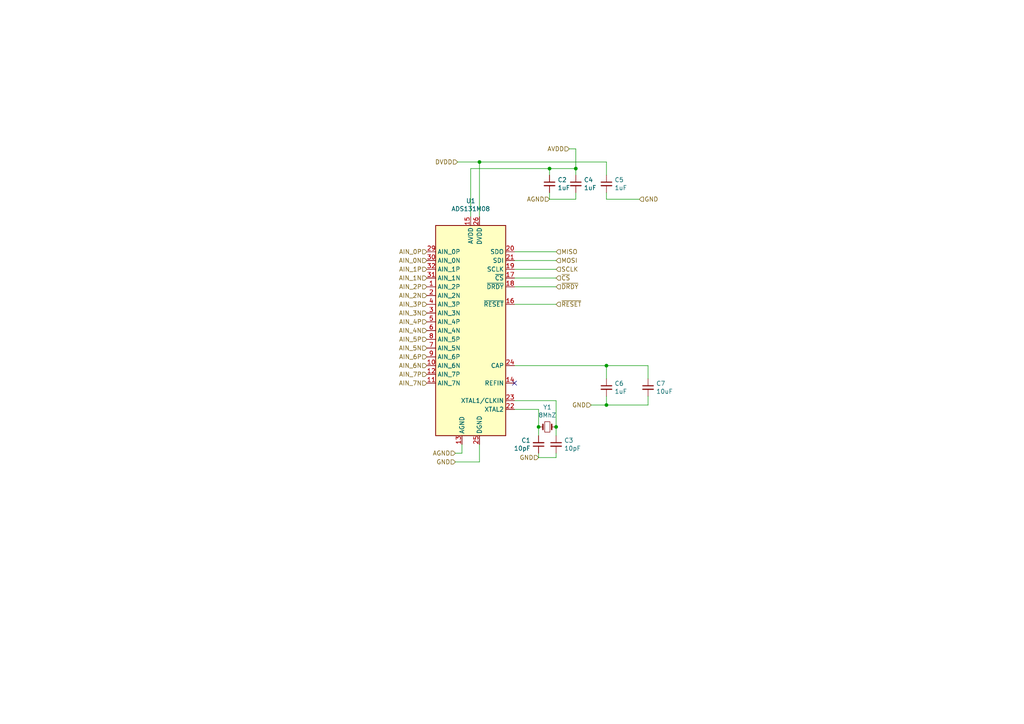
<source format=kicad_sch>
(kicad_sch (version 20211123) (generator eeschema)

  (uuid 065b9982-55f2-4822-977e-07e8a06e7b35)

  (paper "A4")

  (lib_symbols
    (symbol "Device:C_Small" (pin_numbers hide) (pin_names (offset 0.254) hide) (in_bom yes) (on_board yes)
      (property "Reference" "C" (id 0) (at 0.254 1.778 0)
        (effects (font (size 1.27 1.27)) (justify left))
      )
      (property "Value" "C_Small" (id 1) (at 0.254 -2.032 0)
        (effects (font (size 1.27 1.27)) (justify left))
      )
      (property "Footprint" "" (id 2) (at 0 0 0)
        (effects (font (size 1.27 1.27)) hide)
      )
      (property "Datasheet" "~" (id 3) (at 0 0 0)
        (effects (font (size 1.27 1.27)) hide)
      )
      (property "ki_keywords" "capacitor cap" (id 4) (at 0 0 0)
        (effects (font (size 1.27 1.27)) hide)
      )
      (property "ki_description" "Unpolarized capacitor, small symbol" (id 5) (at 0 0 0)
        (effects (font (size 1.27 1.27)) hide)
      )
      (property "ki_fp_filters" "C_*" (id 6) (at 0 0 0)
        (effects (font (size 1.27 1.27)) hide)
      )
      (symbol "C_Small_0_1"
        (polyline
          (pts
            (xy -1.524 -0.508)
            (xy 1.524 -0.508)
          )
          (stroke (width 0.3302) (type default) (color 0 0 0 0))
          (fill (type none))
        )
        (polyline
          (pts
            (xy -1.524 0.508)
            (xy 1.524 0.508)
          )
          (stroke (width 0.3048) (type default) (color 0 0 0 0))
          (fill (type none))
        )
      )
      (symbol "C_Small_1_1"
        (pin passive line (at 0 2.54 270) (length 2.032)
          (name "~" (effects (font (size 1.27 1.27))))
          (number "1" (effects (font (size 1.27 1.27))))
        )
        (pin passive line (at 0 -2.54 90) (length 2.032)
          (name "~" (effects (font (size 1.27 1.27))))
          (number "2" (effects (font (size 1.27 1.27))))
        )
      )
    )
    (symbol "Device:Crystal_Small" (pin_numbers hide) (pin_names (offset 1.016) hide) (in_bom yes) (on_board yes)
      (property "Reference" "Y" (id 0) (at 0 2.54 0)
        (effects (font (size 1.27 1.27)))
      )
      (property "Value" "Crystal_Small" (id 1) (at 0 -2.54 0)
        (effects (font (size 1.27 1.27)))
      )
      (property "Footprint" "" (id 2) (at 0 0 0)
        (effects (font (size 1.27 1.27)) hide)
      )
      (property "Datasheet" "~" (id 3) (at 0 0 0)
        (effects (font (size 1.27 1.27)) hide)
      )
      (property "ki_keywords" "quartz ceramic resonator oscillator" (id 4) (at 0 0 0)
        (effects (font (size 1.27 1.27)) hide)
      )
      (property "ki_description" "Two pin crystal, small symbol" (id 5) (at 0 0 0)
        (effects (font (size 1.27 1.27)) hide)
      )
      (property "ki_fp_filters" "Crystal*" (id 6) (at 0 0 0)
        (effects (font (size 1.27 1.27)) hide)
      )
      (symbol "Crystal_Small_0_1"
        (rectangle (start -0.762 -1.524) (end 0.762 1.524)
          (stroke (width 0) (type default) (color 0 0 0 0))
          (fill (type none))
        )
        (polyline
          (pts
            (xy -1.27 -0.762)
            (xy -1.27 0.762)
          )
          (stroke (width 0.381) (type default) (color 0 0 0 0))
          (fill (type none))
        )
        (polyline
          (pts
            (xy 1.27 -0.762)
            (xy 1.27 0.762)
          )
          (stroke (width 0.381) (type default) (color 0 0 0 0))
          (fill (type none))
        )
      )
      (symbol "Crystal_Small_1_1"
        (pin passive line (at -2.54 0 0) (length 1.27)
          (name "1" (effects (font (size 1.27 1.27))))
          (number "1" (effects (font (size 1.27 1.27))))
        )
        (pin passive line (at 2.54 0 180) (length 1.27)
          (name "2" (effects (font (size 1.27 1.27))))
          (number "2" (effects (font (size 1.27 1.27))))
        )
      )
    )
    (symbol "b056:ADS131M08" (in_bom yes) (on_board yes)
      (property "Reference" "U1" (id 0) (at 0 37.6174 0)
        (effects (font (size 1.27 1.27)))
      )
      (property "Value" "ADS131M08" (id 1) (at 0 35.306 0)
        (effects (font (size 1.27 1.27)))
      )
      (property "Footprint" "Package_DFN_QFN:WQFN-32-1EP_5x5mm_P0.5mm_EP3.1x3.1mm" (id 2) (at 0 0 0)
        (effects (font (size 1.27 1.27)) hide)
      )
      (property "Datasheet" "https://www.ti.com/lit/ds/symlink/ads131m08.pdf?ts=1648074248791&ref_url=https%253A%252F%252Fwww.ti.com%252Fproduct%252FADS131M08" (id 3) (at 24.13 33.02 0)
        (effects (font (size 1.27 1.27)) hide)
      )
      (property "ki_fp_filters" "TSSOP*4.4x9.7mm*P0.5mm*" (id 4) (at 0 0 0)
        (effects (font (size 1.27 1.27)) hide)
      )
      (symbol "ADS131M08_0_1"
        (rectangle (start -10.16 30.48) (end 10.16 -30.48)
          (stroke (width 0.254) (type default) (color 0 0 0 0))
          (fill (type background))
        )
      )
      (symbol "ADS131M08_1_1"
        (pin input line (at -12.7 12.7 0) (length 2.54)
          (name "AIN_2P" (effects (font (size 1.27 1.27))))
          (number "1" (effects (font (size 1.27 1.27))))
        )
        (pin input line (at -12.7 -10.16 0) (length 2.54)
          (name "AIN_6N" (effects (font (size 1.27 1.27))))
          (number "10" (effects (font (size 1.27 1.27))))
        )
        (pin input line (at -12.7 -15.24 0) (length 2.54)
          (name "AIN_7N" (effects (font (size 1.27 1.27))))
          (number "11" (effects (font (size 1.27 1.27))))
        )
        (pin input line (at -12.7 -12.7 0) (length 2.54)
          (name "AIN_7P" (effects (font (size 1.27 1.27))))
          (number "12" (effects (font (size 1.27 1.27))))
        )
        (pin power_in line (at -2.54 -33.02 90) (length 2.54)
          (name "AGND" (effects (font (size 1.27 1.27))))
          (number "13" (effects (font (size 1.27 1.27))))
        )
        (pin passive line (at 12.7 -15.24 180) (length 2.54)
          (name "REFIN" (effects (font (size 1.27 1.27))))
          (number "14" (effects (font (size 1.27 1.27))))
        )
        (pin power_in line (at 0 33.02 270) (length 2.54)
          (name "AVDD" (effects (font (size 1.27 1.27))))
          (number "15" (effects (font (size 1.27 1.27))))
        )
        (pin input line (at 12.7 7.62 180) (length 2.54)
          (name "~{RESET}" (effects (font (size 1.27 1.27))))
          (number "16" (effects (font (size 1.27 1.27))))
        )
        (pin input line (at 12.7 15.24 180) (length 2.54)
          (name "~{CS}" (effects (font (size 1.27 1.27))))
          (number "17" (effects (font (size 1.27 1.27))))
        )
        (pin input line (at 12.7 12.7 180) (length 2.54)
          (name "~{DRDY}" (effects (font (size 1.27 1.27))))
          (number "18" (effects (font (size 1.27 1.27))))
        )
        (pin input line (at 12.7 17.78 180) (length 2.54)
          (name "SCLK" (effects (font (size 1.27 1.27))))
          (number "19" (effects (font (size 1.27 1.27))))
        )
        (pin input line (at -12.7 10.16 0) (length 2.54)
          (name "AIN_2N" (effects (font (size 1.27 1.27))))
          (number "2" (effects (font (size 1.27 1.27))))
        )
        (pin output line (at 12.7 22.86 180) (length 2.54)
          (name "SDO" (effects (font (size 1.27 1.27))))
          (number "20" (effects (font (size 1.27 1.27))))
        )
        (pin input line (at 12.7 20.32 180) (length 2.54)
          (name "SDI" (effects (font (size 1.27 1.27))))
          (number "21" (effects (font (size 1.27 1.27))))
        )
        (pin output line (at 12.7 -22.86 180) (length 2.54)
          (name "XTAL2" (effects (font (size 1.27 1.27))))
          (number "22" (effects (font (size 1.27 1.27))))
        )
        (pin input line (at 12.7 -20.32 180) (length 2.54)
          (name "XTAL1/CLKIN" (effects (font (size 1.27 1.27))))
          (number "23" (effects (font (size 1.27 1.27))))
        )
        (pin passive line (at 12.7 -10.16 180) (length 2.54)
          (name "CAP" (effects (font (size 1.27 1.27))))
          (number "24" (effects (font (size 1.27 1.27))))
        )
        (pin power_in line (at 2.54 -33.02 90) (length 2.54)
          (name "DGND" (effects (font (size 1.27 1.27))))
          (number "25" (effects (font (size 1.27 1.27))))
        )
        (pin power_in line (at 2.54 33.02 270) (length 2.54)
          (name "DVDD" (effects (font (size 1.27 1.27))))
          (number "26" (effects (font (size 1.27 1.27))))
        )
        (pin no_connect line (at 10.16 -5.08 180) (length 2.54) hide
          (name "DNC" (effects (font (size 1.27 1.27))))
          (number "27" (effects (font (size 1.27 1.27))))
        )
        (pin passive line (at -2.54 -33.02 90) (length 2.54) hide
          (name "AGND" (effects (font (size 1.27 1.27))))
          (number "28" (effects (font (size 1.27 1.27))))
        )
        (pin input line (at -12.7 22.86 0) (length 2.54)
          (name "AIN_0P" (effects (font (size 1.27 1.27))))
          (number "29" (effects (font (size 1.27 1.27))))
        )
        (pin input line (at -12.7 5.08 0) (length 2.54)
          (name "AIN_3N" (effects (font (size 1.27 1.27))))
          (number "3" (effects (font (size 1.27 1.27))))
        )
        (pin input line (at -12.7 20.32 0) (length 2.54)
          (name "AIN_0N" (effects (font (size 1.27 1.27))))
          (number "30" (effects (font (size 1.27 1.27))))
        )
        (pin input line (at -12.7 15.24 0) (length 2.54)
          (name "AIN_1N" (effects (font (size 1.27 1.27))))
          (number "31" (effects (font (size 1.27 1.27))))
        )
        (pin input line (at -12.7 17.78 0) (length 2.54)
          (name "AIN_1P" (effects (font (size 1.27 1.27))))
          (number "32" (effects (font (size 1.27 1.27))))
        )
        (pin passive line (at -2.54 -33.02 90) (length 2.54) hide
          (name "AGND" (effects (font (size 1.27 1.27))))
          (number "33" (effects (font (size 1.27 1.27))))
        )
        (pin input line (at -12.7 7.62 0) (length 2.54)
          (name "AIN_3P" (effects (font (size 1.27 1.27))))
          (number "4" (effects (font (size 1.27 1.27))))
        )
        (pin input line (at -12.7 2.54 0) (length 2.54)
          (name "AIN_4P" (effects (font (size 1.27 1.27))))
          (number "5" (effects (font (size 1.27 1.27))))
        )
        (pin input line (at -12.7 0 0) (length 2.54)
          (name "AIN_4N" (effects (font (size 1.27 1.27))))
          (number "6" (effects (font (size 1.27 1.27))))
        )
        (pin input line (at -12.7 -5.08 0) (length 2.54)
          (name "AIN_5N" (effects (font (size 1.27 1.27))))
          (number "7" (effects (font (size 1.27 1.27))))
        )
        (pin input line (at -12.7 -2.54 0) (length 2.54)
          (name "AIN_5P" (effects (font (size 1.27 1.27))))
          (number "8" (effects (font (size 1.27 1.27))))
        )
        (pin input line (at -12.7 -7.62 0) (length 2.54)
          (name "AIN_6P" (effects (font (size 1.27 1.27))))
          (number "9" (effects (font (size 1.27 1.27))))
        )
      )
    )
  )

  (junction (at 175.895 106.045) (diameter 0) (color 0 0 0 0)
    (uuid 2878a73c-5447-4cd9-8194-14f52ab9459c)
  )
  (junction (at 156.21 123.825) (diameter 0) (color 0 0 0 0)
    (uuid 7d0dab95-9e7a-486e-a1d7-fc48860fd57d)
  )
  (junction (at 175.895 117.475) (diameter 0) (color 0 0 0 0)
    (uuid aa3ffe15-a4f7-4050-b322-e46ce1d20b7f)
  )
  (junction (at 167.005 48.895) (diameter 0) (color 0 0 0 0)
    (uuid aa79024d-ca7e-4c24-b127-7df08bbd0c75)
  )
  (junction (at 161.29 123.825) (diameter 0) (color 0 0 0 0)
    (uuid c8a44971-63c1-4a19-879d-b6647b2dc08d)
  )
  (junction (at 139.065 46.99) (diameter 0) (color 0 0 0 0)
    (uuid d7417d8a-c372-4e78-9329-f1978dccc711)
  )
  (junction (at 159.385 48.895) (diameter 0) (color 0 0 0 0)
    (uuid fa918b6d-f6cf-4471-be3b-4ff713f55a2e)
  )

  (no_connect (at 149.225 111.125) (uuid 7a879184-fad8-4feb-afb5-86fe8d34f1f7))

  (wire (pts (xy 171.45 117.475) (xy 175.895 117.475))
    (stroke (width 0) (type default) (color 0 0 0 0))
    (uuid 0cac058b-5a46-4106-8e18-8e5ae01949d9)
  )
  (wire (pts (xy 161.29 132.715) (xy 161.29 131.445))
    (stroke (width 0) (type default) (color 0 0 0 0))
    (uuid 0ceb97d6-1b0f-4b71-921e-b0955c30c998)
  )
  (wire (pts (xy 167.005 55.88) (xy 167.005 57.785))
    (stroke (width 0) (type default) (color 0 0 0 0))
    (uuid 0f47a74c-be7d-40bb-84b5-121e67fde8af)
  )
  (wire (pts (xy 175.895 106.045) (xy 187.96 106.045))
    (stroke (width 0) (type default) (color 0 0 0 0))
    (uuid 109caac1-5036-4f23-9a66-f569d871501b)
  )
  (wire (pts (xy 156.21 123.825) (xy 156.21 126.365))
    (stroke (width 0) (type default) (color 0 0 0 0))
    (uuid 1241b7f2-e266-4f5c-8a97-9f0f9d0eef37)
  )
  (wire (pts (xy 175.895 109.855) (xy 175.895 106.045))
    (stroke (width 0) (type default) (color 0 0 0 0))
    (uuid 19b0959e-a79b-43b2-a5ad-525ced7e9131)
  )
  (wire (pts (xy 159.385 57.785) (xy 167.005 57.785))
    (stroke (width 0) (type default) (color 0 0 0 0))
    (uuid 26ca76e7-4a19-4450-8fcb-986cc1bf9b04)
  )
  (wire (pts (xy 161.29 116.205) (xy 161.29 123.825))
    (stroke (width 0) (type default) (color 0 0 0 0))
    (uuid 27b2eb82-662b-42d8-90e6-830fec4bb8d2)
  )
  (wire (pts (xy 187.96 117.475) (xy 187.96 114.935))
    (stroke (width 0) (type default) (color 0 0 0 0))
    (uuid 2e439b9a-10bd-4d33-aa91-d35958c035a7)
  )
  (wire (pts (xy 187.96 106.045) (xy 187.96 109.855))
    (stroke (width 0) (type default) (color 0 0 0 0))
    (uuid 31540a7e-dc9e-4e4d-96b1-dab15efa5f4b)
  )
  (wire (pts (xy 161.29 73.025) (xy 149.225 73.025))
    (stroke (width 0) (type default) (color 0 0 0 0))
    (uuid 3b686d17-1000-4762-ba31-589d599a3edf)
  )
  (wire (pts (xy 132.715 46.99) (xy 139.065 46.99))
    (stroke (width 0) (type default) (color 0 0 0 0))
    (uuid 3ce18565-8808-4a3f-be3f-41063119b024)
  )
  (wire (pts (xy 175.895 55.88) (xy 175.895 57.785))
    (stroke (width 0) (type default) (color 0 0 0 0))
    (uuid 3e0a23b3-fede-4449-8c5f-c63ee11dccab)
  )
  (wire (pts (xy 136.525 48.895) (xy 159.385 48.895))
    (stroke (width 0) (type default) (color 0 0 0 0))
    (uuid 477892a1-722e-4cda-bb6c-fcdb8ba5f93e)
  )
  (wire (pts (xy 161.29 83.185) (xy 149.225 83.185))
    (stroke (width 0) (type default) (color 0 0 0 0))
    (uuid 5701b80f-f006-4814-81c9-0c7f006088a9)
  )
  (wire (pts (xy 175.895 117.475) (xy 187.96 117.475))
    (stroke (width 0) (type default) (color 0 0 0 0))
    (uuid 5a06bdc1-6763-4277-af79-7d637bf39573)
  )
  (wire (pts (xy 156.21 123.825) (xy 156.21 118.745))
    (stroke (width 0) (type default) (color 0 0 0 0))
    (uuid 5d3d7893-1d11-4f1d-9052-85cf0e07d281)
  )
  (wire (pts (xy 165.1 43.18) (xy 167.005 43.18))
    (stroke (width 0) (type default) (color 0 0 0 0))
    (uuid 60975b6d-a40e-4699-acce-a67cf8f888ed)
  )
  (wire (pts (xy 161.29 123.825) (xy 161.29 126.365))
    (stroke (width 0) (type default) (color 0 0 0 0))
    (uuid 6241e6d3-a754-45b6-9f7c-e43019b93226)
  )
  (wire (pts (xy 133.985 128.905) (xy 133.985 131.445))
    (stroke (width 0) (type default) (color 0 0 0 0))
    (uuid 626679e8-6101-4722-ac57-5b8d9dab4c8b)
  )
  (wire (pts (xy 161.29 78.105) (xy 149.225 78.105))
    (stroke (width 0) (type default) (color 0 0 0 0))
    (uuid 66bc2bca-dab7-4947-a0ff-403cdaf9fb89)
  )
  (wire (pts (xy 156.21 118.745) (xy 149.225 118.745))
    (stroke (width 0) (type default) (color 0 0 0 0))
    (uuid 79476267-290e-445f-995b-0afd0e11a4b5)
  )
  (wire (pts (xy 132.08 133.985) (xy 139.065 133.985))
    (stroke (width 0) (type default) (color 0 0 0 0))
    (uuid 82918fb9-04de-4211-9eb1-e4ab53459b12)
  )
  (wire (pts (xy 175.895 114.935) (xy 175.895 117.475))
    (stroke (width 0) (type default) (color 0 0 0 0))
    (uuid 862950c7-966d-4cfc-a939-25827201cdc3)
  )
  (wire (pts (xy 149.225 116.205) (xy 161.29 116.205))
    (stroke (width 0) (type default) (color 0 0 0 0))
    (uuid 8b290a17-6328-4178-9131-29524d345539)
  )
  (wire (pts (xy 149.225 106.045) (xy 175.895 106.045))
    (stroke (width 0) (type default) (color 0 0 0 0))
    (uuid 8c1605f9-6c91-4701-96bf-e753661d5e23)
  )
  (wire (pts (xy 159.385 50.8) (xy 159.385 48.895))
    (stroke (width 0) (type default) (color 0 0 0 0))
    (uuid 9031bb33-c6aa-4758-bf5c-3274ed3ebab7)
  )
  (wire (pts (xy 161.29 75.565) (xy 149.225 75.565))
    (stroke (width 0) (type default) (color 0 0 0 0))
    (uuid 9286cf02-1563-41d2-9931-c192c33bab31)
  )
  (wire (pts (xy 159.385 55.88) (xy 159.385 57.785))
    (stroke (width 0) (type default) (color 0 0 0 0))
    (uuid 93480aa2-e7a7-4cd9-861b-6701c711655d)
  )
  (wire (pts (xy 159.385 48.895) (xy 167.005 48.895))
    (stroke (width 0) (type default) (color 0 0 0 0))
    (uuid 9aedbb9e-8340-4899-b813-05b23382a36b)
  )
  (wire (pts (xy 161.29 80.645) (xy 149.225 80.645))
    (stroke (width 0) (type default) (color 0 0 0 0))
    (uuid 9b6bb172-1ac4-440a-ac75-c1917d9d59c7)
  )
  (wire (pts (xy 175.895 57.785) (xy 185.42 57.785))
    (stroke (width 0) (type default) (color 0 0 0 0))
    (uuid 9d987a64-5970-4519-b45c-bcde059ea1f0)
  )
  (wire (pts (xy 132.08 131.445) (xy 133.985 131.445))
    (stroke (width 0) (type default) (color 0 0 0 0))
    (uuid 9f782c92-a5e8-49db-bfda-752b35522ce4)
  )
  (wire (pts (xy 136.525 62.865) (xy 136.525 48.895))
    (stroke (width 0) (type default) (color 0 0 0 0))
    (uuid a48794f1-3fb2-41f2-81c1-7fb24334d2ac)
  )
  (wire (pts (xy 156.21 131.445) (xy 156.21 132.715))
    (stroke (width 0) (type default) (color 0 0 0 0))
    (uuid a7f25f41-0b4c-4430-b6cd-b2160b2db099)
  )
  (wire (pts (xy 139.065 46.99) (xy 175.895 46.99))
    (stroke (width 0) (type default) (color 0 0 0 0))
    (uuid b09666f9-12f1-4ee9-8877-2292c94258ca)
  )
  (wire (pts (xy 175.895 50.8) (xy 175.895 46.99))
    (stroke (width 0) (type default) (color 0 0 0 0))
    (uuid c7af8405-da2e-4a34-b9b8-518f342f8995)
  )
  (wire (pts (xy 139.065 46.99) (xy 139.065 62.865))
    (stroke (width 0) (type default) (color 0 0 0 0))
    (uuid cc269e33-056f-4019-90fe-c6d021b8723d)
  )
  (wire (pts (xy 139.065 128.905) (xy 139.065 133.985))
    (stroke (width 0) (type default) (color 0 0 0 0))
    (uuid ccc4cc25-ac17-45ef-825c-e079951ffb21)
  )
  (wire (pts (xy 149.225 88.265) (xy 161.29 88.265))
    (stroke (width 0) (type default) (color 0 0 0 0))
    (uuid d1eca865-05c5-48a4-96cf-ed5f8a640e25)
  )
  (wire (pts (xy 156.21 132.715) (xy 161.29 132.715))
    (stroke (width 0) (type default) (color 0 0 0 0))
    (uuid f1782535-55f4-4299-bd4f-6f51b0b7259c)
  )
  (wire (pts (xy 167.005 43.18) (xy 167.005 48.895))
    (stroke (width 0) (type default) (color 0 0 0 0))
    (uuid f7667b23-296e-4362-a7e3-949632c8954b)
  )
  (wire (pts (xy 167.005 48.895) (xy 167.005 50.8))
    (stroke (width 0) (type default) (color 0 0 0 0))
    (uuid f8fc38ec-0b98-40bc-ae2f-e5cc29973bca)
  )

  (hierarchical_label "DVDD" (shape input) (at 132.715 46.99 180)
    (effects (font (size 1.27 1.27)) (justify right))
    (uuid 03c80a9d-25fb-417c-ab16-2ed8769c2e84)
  )
  (hierarchical_label "AIN_4N" (shape input) (at 123.825 95.885 180)
    (effects (font (size 1.27 1.27)) (justify right))
    (uuid 18d11f32-e1a6-4f29-8e3c-0bfeb07299bd)
  )
  (hierarchical_label "GND" (shape input) (at 185.42 57.785 0)
    (effects (font (size 1.27 1.27)) (justify left))
    (uuid 2554c3ca-7359-4e61-8ef9-921975f3963b)
  )
  (hierarchical_label "GND" (shape input) (at 156.21 132.715 180)
    (effects (font (size 1.27 1.27)) (justify right))
    (uuid 2b5a9ad3-7ec4-447d-916c-47adf5f9674f)
  )
  (hierarchical_label "GND" (shape input) (at 132.08 133.985 180)
    (effects (font (size 1.27 1.27)) (justify right))
    (uuid 32657f41-2d25-455b-9976-d7050d06e949)
  )
  (hierarchical_label "GND" (shape input) (at 171.45 117.475 180)
    (effects (font (size 1.27 1.27)) (justify right))
    (uuid 329a3ee0-55e4-4d15-8ad9-7a6c1a759e6d)
  )
  (hierarchical_label "~{DRDY}" (shape input) (at 161.29 83.185 0)
    (effects (font (size 1.27 1.27)) (justify left))
    (uuid 44646447-0a8e-4aec-a74e-22bf765d0f33)
  )
  (hierarchical_label "AIN_2N" (shape input) (at 123.825 85.725 180)
    (effects (font (size 1.27 1.27)) (justify right))
    (uuid 53e34696-241f-47e5-a477-f469335c8a61)
  )
  (hierarchical_label "AIN_1P" (shape input) (at 123.825 78.105 180)
    (effects (font (size 1.27 1.27)) (justify right))
    (uuid 5a222fb6-5159-4931-9015-19df65643140)
  )
  (hierarchical_label "AIN_4P" (shape input) (at 123.825 93.345 180)
    (effects (font (size 1.27 1.27)) (justify right))
    (uuid 6325c32f-c82a-4357-b022-f9c7e76f412e)
  )
  (hierarchical_label "MOSI" (shape input) (at 161.29 75.565 0)
    (effects (font (size 1.27 1.27)) (justify left))
    (uuid 63c56ea4-91a3-4172-b9de-a4388cc8f894)
  )
  (hierarchical_label "AIN_0P" (shape input) (at 123.825 73.025 180)
    (effects (font (size 1.27 1.27)) (justify right))
    (uuid 691af561-538d-4e8f-a916-26cad45eb7d6)
  )
  (hierarchical_label "AIN_6P" (shape input) (at 123.825 103.505 180)
    (effects (font (size 1.27 1.27)) (justify right))
    (uuid 6afc19cf-38b4-47a3-bc2b-445b18724310)
  )
  (hierarchical_label "AIN_0N" (shape input) (at 123.825 75.565 180)
    (effects (font (size 1.27 1.27)) (justify right))
    (uuid 7ce7415d-7c22-49f6-8215-488853ccc8c6)
  )
  (hierarchical_label "AIN_5N" (shape input) (at 123.825 100.965 180)
    (effects (font (size 1.27 1.27)) (justify right))
    (uuid 84d296ba-3d39-4264-ad19-947f90c54396)
  )
  (hierarchical_label "AIN_1N" (shape input) (at 123.825 80.645 180)
    (effects (font (size 1.27 1.27)) (justify right))
    (uuid 88002554-c459-46e5-8b22-6ea6fe07fd4c)
  )
  (hierarchical_label "AIN_2P" (shape input) (at 123.825 83.185 180)
    (effects (font (size 1.27 1.27)) (justify right))
    (uuid 8cdc8ef9-532e-4bf5-9998-7213b9e692a2)
  )
  (hierarchical_label "~{RESET}" (shape input) (at 161.29 88.265 0)
    (effects (font (size 1.27 1.27)) (justify left))
    (uuid 91fe070a-a49b-4bc5-805a-42f23e10d114)
  )
  (hierarchical_label "AIN_3P" (shape input) (at 123.825 88.265 180)
    (effects (font (size 1.27 1.27)) (justify right))
    (uuid 9390234f-bf3f-46cd-b6a0-8a438ec76e9f)
  )
  (hierarchical_label "AIN_3N" (shape input) (at 123.825 90.805 180)
    (effects (font (size 1.27 1.27)) (justify right))
    (uuid 9e813ec2-d4ce-4e2e-b379-c6fedb4c45db)
  )
  (hierarchical_label "AVDD" (shape input) (at 165.1 43.18 180)
    (effects (font (size 1.27 1.27)) (justify right))
    (uuid 9fee7c97-9a21-48f9-850a-f7299f2993a3)
  )
  (hierarchical_label "AIN_5P" (shape input) (at 123.825 98.425 180)
    (effects (font (size 1.27 1.27)) (justify right))
    (uuid a90361cd-254c-4d27-ae1f-9a6c85bafe28)
  )
  (hierarchical_label "SCLK" (shape input) (at 161.29 78.105 0)
    (effects (font (size 1.27 1.27)) (justify left))
    (uuid c25449d6-d734-4953-b762-98f82a830248)
  )
  (hierarchical_label "AIN_7N" (shape input) (at 123.825 111.125 180)
    (effects (font (size 1.27 1.27)) (justify right))
    (uuid c8a7af6e-c432-4fa3-91ee-c8bf0c5a9ebe)
  )
  (hierarchical_label "AGND" (shape input) (at 159.385 57.785 180)
    (effects (font (size 1.27 1.27)) (justify right))
    (uuid c8fc7f36-a83c-4042-a6a9-65e35e249bbf)
  )
  (hierarchical_label "MISO" (shape input) (at 161.29 73.025 0)
    (effects (font (size 1.27 1.27)) (justify left))
    (uuid cebb9021-66d3-4116-98d4-5e6f3c1552be)
  )
  (hierarchical_label "AIN_7P" (shape input) (at 123.825 108.585 180)
    (effects (font (size 1.27 1.27)) (justify right))
    (uuid d01102e9-b170-4eb1-a0a4-9a31feb850b7)
  )
  (hierarchical_label "~{CS}" (shape input) (at 161.29 80.645 0)
    (effects (font (size 1.27 1.27)) (justify left))
    (uuid d7e4abd8-69f5-4706-b12e-898194e5bf56)
  )
  (hierarchical_label "AGND" (shape input) (at 132.08 131.445 180)
    (effects (font (size 1.27 1.27)) (justify right))
    (uuid da6f4122-0ecc-496f-b0fd-e4abef534976)
  )
  (hierarchical_label "AIN_6N" (shape input) (at 123.825 106.045 180)
    (effects (font (size 1.27 1.27)) (justify right))
    (uuid fe14c012-3d58-4e5e-9a37-4b9765a7f764)
  )

  (symbol (lib_id "b056:ADS131M08") (at 136.525 95.885 0) (unit 1)
    (in_bom yes) (on_board yes)
    (uuid 00000000-0000-0000-0000-000060d02b59)
    (property "Reference" "U1" (id 0) (at 136.525 58.2676 0))
    (property "Value" "ADS131M08" (id 1) (at 136.525 60.579 0))
    (property "Footprint" "Package_DFN_QFN:QFN-32-1EP_4x4mm_P0.4mm_EP2.9x2.9mm" (id 2) (at 136.525 95.885 0)
      (effects (font (size 1.27 1.27)) hide)
    )
    (property "Datasheet" "https://www.ti.com/lit/ds/symlink/ads131m08.pdf?ts=1648074248791&ref_url=https%253A%252F%252Fwww.ti.com%252Fproduct%252FADS131M08" (id 3) (at 160.655 62.865 0)
      (effects (font (size 1.27 1.27)) hide)
    )
    (pin "1" (uuid be3e69fd-dd70-47a7-a7b1-367c3ef65e2a))
    (pin "10" (uuid e6435d88-c640-402d-b6eb-f1add5cc8cf3))
    (pin "11" (uuid ec476015-7d51-4a00-b3ed-ae1bac58710e))
    (pin "12" (uuid d520016d-f479-4060-9d51-e550cbb7b606))
    (pin "13" (uuid 6432cddb-4e39-4373-bb81-2585db655729))
    (pin "14" (uuid 5004f799-883c-49f9-920f-3434b537d57c))
    (pin "15" (uuid a8eafbc2-5481-482f-8c3b-d241d6f3400d))
    (pin "16" (uuid 1d7a0db0-1e34-4afd-90b9-1fa200dff340))
    (pin "17" (uuid 6847c589-e257-46b3-a884-90bcbf2a3279))
    (pin "18" (uuid ec58a2eb-5bcb-40ee-8026-13e63dee9bb3))
    (pin "19" (uuid 6c4d66b3-1d82-4f44-81d4-99bbb036d203))
    (pin "2" (uuid c78772b8-d0a1-4672-9c0e-41aa34b84b72))
    (pin "20" (uuid d1bada52-a9e9-4a38-8119-ad83eb790d5d))
    (pin "21" (uuid 0a13916f-d137-4daa-bd1b-f90fe53ebdda))
    (pin "22" (uuid 4f7e05c0-2ffc-4bcf-a8f9-cf139eb9a79b))
    (pin "23" (uuid 1f834229-509b-436e-bb36-3bd0f28f89a5))
    (pin "24" (uuid 547a84d7-9a8d-4566-81a3-593b6f366520))
    (pin "25" (uuid 35632c21-c899-42d0-a81c-cb15ac19809a))
    (pin "26" (uuid 596a0134-78fe-4dbe-b5ad-ac5040289e55))
    (pin "27" (uuid 955e7d06-0262-4af9-8bb7-d8c4ea04846a))
    (pin "28" (uuid 439e3f45-e1bb-4f24-bea1-334b47ca4202))
    (pin "29" (uuid 2ba3ed47-5d95-4832-a26e-158e0a930596))
    (pin "3" (uuid cc073c7c-c548-4ce9-80c7-a7bf9c3b9e38))
    (pin "30" (uuid 94bb06f5-aab9-46d1-9441-ab1ef5a45beb))
    (pin "31" (uuid 4ab551cb-af90-4a28-ada4-ad097cd54376))
    (pin "32" (uuid aec4e2fa-ae3d-4cbd-8887-fd81c3238312))
    (pin "33" (uuid 3e764768-1d95-4646-b6ac-f85aa75030fa))
    (pin "4" (uuid 6682d32a-7b70-4bab-8549-bb0c42bf0c24))
    (pin "5" (uuid 2c13ac44-cfb8-4a3f-b4e8-9e0dfb7efa85))
    (pin "6" (uuid 57b7e1ca-3186-40e6-8356-fd308ea14aef))
    (pin "7" (uuid c9f8a667-56e5-4553-8ef3-121996891bce))
    (pin "8" (uuid b2364ccc-d560-471e-96fb-ac59e9de768a))
    (pin "9" (uuid 5aa753e8-567a-4e75-bce7-ff31c80c2785))
  )

  (symbol (lib_id "Device:C_Small") (at 187.96 112.395 0) (unit 1)
    (in_bom yes) (on_board yes)
    (uuid 00000000-0000-0000-0000-000060d1b19e)
    (property "Reference" "C7" (id 0) (at 190.2968 111.2266 0)
      (effects (font (size 1.27 1.27)) (justify left))
    )
    (property "Value" "10uF" (id 1) (at 190.2968 113.538 0)
      (effects (font (size 1.27 1.27)) (justify left))
    )
    (property "Footprint" "Capacitor_SMD:C_0603_1608Metric" (id 2) (at 187.96 112.395 0)
      (effects (font (size 1.27 1.27)) hide)
    )
    (property "Datasheet" "~" (id 3) (at 187.96 112.395 0)
      (effects (font (size 1.27 1.27)) hide)
    )
    (pin "1" (uuid 745ac3c1-3d17-4fda-b46a-99c4063682a7))
    (pin "2" (uuid 0fa8f216-7976-445e-819d-2f4ec93065a6))
  )

  (symbol (lib_id "Device:C_Small") (at 175.895 112.395 0) (unit 1)
    (in_bom yes) (on_board yes)
    (uuid 00000000-0000-0000-0000-000060d1b1a4)
    (property "Reference" "C6" (id 0) (at 178.2318 111.2266 0)
      (effects (font (size 1.27 1.27)) (justify left))
    )
    (property "Value" "1uF" (id 1) (at 178.2318 113.538 0)
      (effects (font (size 1.27 1.27)) (justify left))
    )
    (property "Footprint" "Capacitor_SMD:C_0603_1608Metric" (id 2) (at 175.895 112.395 0)
      (effects (font (size 1.27 1.27)) hide)
    )
    (property "Datasheet" "~" (id 3) (at 175.895 112.395 0)
      (effects (font (size 1.27 1.27)) hide)
    )
    (pin "1" (uuid 8c8730ef-8afc-440c-bb89-45bbd19f3ef4))
    (pin "2" (uuid b14339d2-ff3f-4bd1-b0ce-2a24ed551060))
  )

  (symbol (lib_id "Device:C_Small") (at 167.005 53.34 0) (unit 1)
    (in_bom yes) (on_board yes)
    (uuid 00000000-0000-0000-0000-000060d1b1e3)
    (property "Reference" "C4" (id 0) (at 169.3418 52.1716 0)
      (effects (font (size 1.27 1.27)) (justify left))
    )
    (property "Value" "1uF" (id 1) (at 169.3418 54.483 0)
      (effects (font (size 1.27 1.27)) (justify left))
    )
    (property "Footprint" "Capacitor_SMD:C_0603_1608Metric" (id 2) (at 167.005 53.34 0)
      (effects (font (size 1.27 1.27)) hide)
    )
    (property "Datasheet" "~" (id 3) (at 167.005 53.34 0)
      (effects (font (size 1.27 1.27)) hide)
    )
    (pin "1" (uuid 2234457f-9057-4be2-8e0e-f35b71d7bac5))
    (pin "2" (uuid 01152626-cb74-43e3-bc37-58b3491bc02f))
  )

  (symbol (lib_id "Device:C_Small") (at 175.895 53.34 0) (unit 1)
    (in_bom yes) (on_board yes)
    (uuid 00000000-0000-0000-0000-000060d1b1f0)
    (property "Reference" "C5" (id 0) (at 178.2318 52.1716 0)
      (effects (font (size 1.27 1.27)) (justify left))
    )
    (property "Value" "1uF" (id 1) (at 178.2318 54.483 0)
      (effects (font (size 1.27 1.27)) (justify left))
    )
    (property "Footprint" "Capacitor_SMD:C_0603_1608Metric" (id 2) (at 175.895 53.34 0)
      (effects (font (size 1.27 1.27)) hide)
    )
    (property "Datasheet" "~" (id 3) (at 175.895 53.34 0)
      (effects (font (size 1.27 1.27)) hide)
    )
    (pin "1" (uuid 1dcdb473-7f98-4824-b563-5b06102857b1))
    (pin "2" (uuid 09d9e456-47bb-412d-9874-8dc8d76c4c82))
  )

  (symbol (lib_id "Device:C_Small") (at 159.385 53.34 0) (unit 1)
    (in_bom yes) (on_board yes)
    (uuid 00000000-0000-0000-0000-000060d1b250)
    (property "Reference" "C2" (id 0) (at 161.7218 52.1716 0)
      (effects (font (size 1.27 1.27)) (justify left))
    )
    (property "Value" "1uF" (id 1) (at 161.7218 54.483 0)
      (effects (font (size 1.27 1.27)) (justify left))
    )
    (property "Footprint" "Capacitor_SMD:C_0603_1608Metric" (id 2) (at 159.385 53.34 0)
      (effects (font (size 1.27 1.27)) hide)
    )
    (property "Datasheet" "~" (id 3) (at 159.385 53.34 0)
      (effects (font (size 1.27 1.27)) hide)
    )
    (pin "1" (uuid b963fd24-0780-4680-8614-fe86ef253063))
    (pin "2" (uuid 5515c735-5cb5-48e5-bfca-e781b067d2d6))
  )

  (symbol (lib_id "Device:Crystal_Small") (at 158.75 123.825 0) (unit 1)
    (in_bom yes) (on_board yes)
    (uuid 00000000-0000-0000-0000-000060d399ec)
    (property "Reference" "Y1" (id 0) (at 158.75 118.11 0))
    (property "Value" "8MhZ" (id 1) (at 158.75 120.4214 0))
    (property "Footprint" "Crystal:Crystal_SMD_5032-2Pin_5.0x3.2mm" (id 2) (at 158.75 123.825 0)
      (effects (font (size 1.27 1.27)) hide)
    )
    (property "Datasheet" "~" (id 3) (at 158.75 123.825 0)
      (effects (font (size 1.27 1.27)) hide)
    )
    (pin "1" (uuid a59bd763-2144-4f0b-809d-d637e0dfcdc4))
    (pin "2" (uuid 79ab6e16-661e-417e-b40d-0e1f11e6a610))
  )

  (symbol (lib_id "Device:C_Small") (at 156.21 128.905 0) (mirror x) (unit 1)
    (in_bom yes) (on_board yes)
    (uuid 00000000-0000-0000-0000-000060d3e818)
    (property "Reference" "C1" (id 0) (at 153.8986 127.7366 0)
      (effects (font (size 1.27 1.27)) (justify right))
    )
    (property "Value" "10pF" (id 1) (at 153.8986 130.048 0)
      (effects (font (size 1.27 1.27)) (justify right))
    )
    (property "Footprint" "Capacitor_SMD:C_0603_1608Metric" (id 2) (at 156.21 128.905 0)
      (effects (font (size 1.27 1.27)) hide)
    )
    (property "Datasheet" "~" (id 3) (at 156.21 128.905 0)
      (effects (font (size 1.27 1.27)) hide)
    )
    (pin "1" (uuid 02d1e0a8-bf20-455f-b69e-845f84f2ba41))
    (pin "2" (uuid fa78709e-d1fe-4fb1-9cc2-ae29e80e63e7))
  )

  (symbol (lib_id "Device:C_Small") (at 161.29 128.905 0) (unit 1)
    (in_bom yes) (on_board yes)
    (uuid 00000000-0000-0000-0000-000060d3f43a)
    (property "Reference" "C3" (id 0) (at 163.6268 127.7366 0)
      (effects (font (size 1.27 1.27)) (justify left))
    )
    (property "Value" "10pF" (id 1) (at 163.6268 130.048 0)
      (effects (font (size 1.27 1.27)) (justify left))
    )
    (property "Footprint" "Capacitor_SMD:C_0603_1608Metric" (id 2) (at 161.29 128.905 0)
      (effects (font (size 1.27 1.27)) hide)
    )
    (property "Datasheet" "~" (id 3) (at 161.29 128.905 0)
      (effects (font (size 1.27 1.27)) hide)
    )
    (pin "1" (uuid 993d7cdd-55ce-4b31-bbe5-a80221307d3b))
    (pin "2" (uuid 4ca306ad-2ffb-405a-a6ba-c42be3530fcb))
  )
)

</source>
